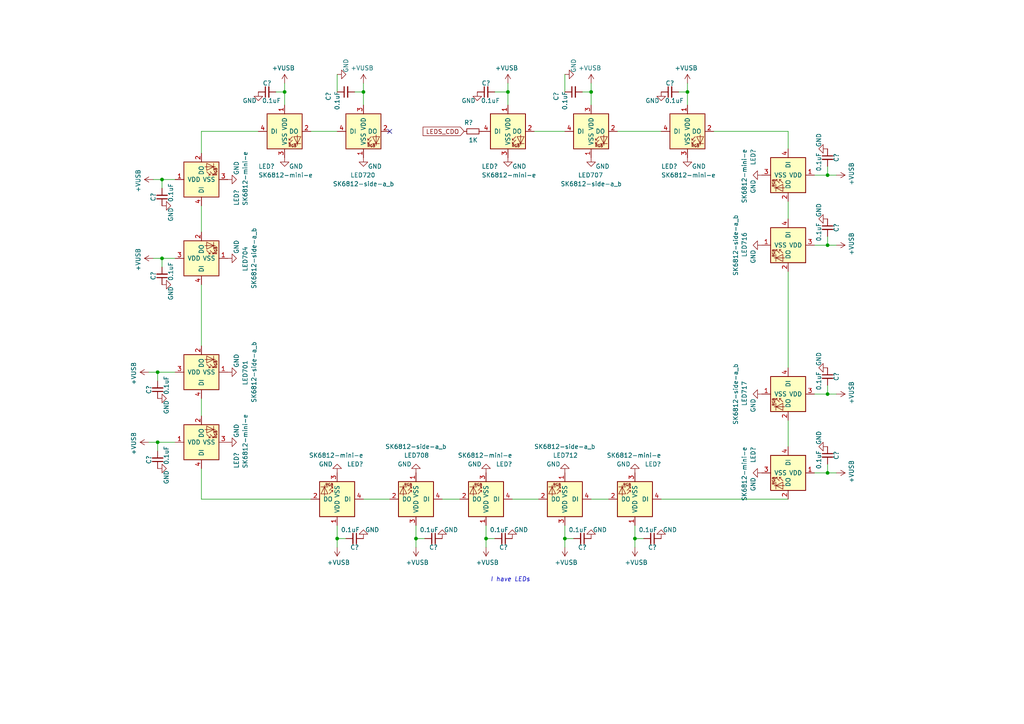
<source format=kicad_sch>
(kicad_sch (version 20231120) (generator "eeschema") (generator_version "8.0")
  (paper "A4")
  (lib_symbols
    (symbol "Device:C_Small" (pin_numbers hide) (pin_names (offset 0.254) hide)
      (property "Reference" "C" (at 0.254 1.778 0))
      (property "Value" "C_Small" (at 0.254 -2.032 0))
      (symbol "C_Small_0_1"
        (polyline (pts (xy -1.524 -0.508) (xy 1.524 -0.508)) (stroke (width 0.3302)))
        (polyline (pts (xy -1.524 0.508) (xy 1.524 0.508)) (stroke (width 0.3048)))
      )
      (symbol "C_Small_1_1"
        (pin passive line (at 0 2.54 270) (length 2.032) (name "~") (number "1"))
        (pin passive line (at 0 -2.54 90) (length 2.032) (name "~") (number "2"))
      )
    )
    (symbol "Device:R_Small" (pin_numbers hide) (pin_names (offset 0.254) hide)
      (property "Reference" "R" (at 0.762 0.508 0))
      (property "Value" "R_Small" (at 0.762 -1.016 0))
      (symbol "R_Small_0_1"
        (rectangle (start -0.762 1.778) (end 0.762 -1.778) (stroke (width 0.2032)))
      )
      (symbol "R_Small_1_1"
        (pin passive line (at 0 2.54 270) (length 0.762) (name "~") (number "1"))
        (pin passive line (at 0 -2.54 90) (length 0.762) (name "~") (number "2"))
      )
    )
    (symbol "dp-LED:SK6812-mini-e" (pin_names (offset 1.016))
      (property "Reference" "LED" (at 11.43 -5.08 0))
      (property "Value" "SK6812-mini-e" (at 11.43 -7.62 0))
      (symbol "SK6812-mini-e_1_1"
        (polyline (pts (xy 1.27 -3.556) (xy 1.778 -3.556)))
        (polyline (pts (xy 1.27 -2.54) (xy 1.778 -2.54)))
        (polyline (pts (xy 4.699 -3.556) (xy 2.667 -3.556)))
        (polyline (pts (xy 2.286 -2.54) (xy 1.27 -3.556) (xy 1.27 -3.048)))
        (polyline (pts (xy 2.286 -1.524) (xy 1.27 -2.54) (xy 1.27 -2.032)))
        (polyline (pts (xy 3.683 -1.016) (xy 3.683 -3.556) (xy 3.683 -4.064)))
        (polyline (pts (xy 4.699 -1.524) (xy 2.667 -1.524) (xy 3.683 -3.556) (xy 4.699 -1.524)))
        (rectangle (start 5.08 5.08) (end -5.08 -5.08) (stroke (width 0.254)) (fill (type background)))
        (text "RGB" (at 2.286 -4.191 0) (effects (font (size 0.762 0.762))))
        (pin power_in line (at 0 7.62 270) (length 2.54) (name "VDD") (number "1"))
        (pin output line (at 7.62 0 180) (length 2.54) (name "DO") (number "2"))
        (pin power_in line (at 0 -7.62 90) (length 2.54) (name "VSS") (number "3"))
        (pin input line (at -7.62 0 0) (length 2.54) (name "DI") (number "4"))
      )
    )
    (symbol "dp-LED:SK6812-side-a_b" (pin_names (offset 1.016))
      (property "Reference" "LED" (at 12.7 -5.08 0))
      (property "Value" "SK6812-side-a_b" (at 12.7 -7.62 0))
      (symbol "SK6812-side-a_b_1_1"
        (polyline (pts (xy 1.27 -3.556) (xy 1.778 -3.556)))
        (polyline (pts (xy 1.27 -2.54) (xy 1.778 -2.54)))
        (polyline (pts (xy 4.699 -3.556) (xy 2.667 -3.556)))
        (polyline (pts (xy 2.286 -2.54) (xy 1.27 -3.556) (xy 1.27 -3.048)))
        (polyline (pts (xy 2.286 -1.524) (xy 1.27 -2.54) (xy 1.27 -2.032)))
        (polyline (pts (xy 3.683 -1.016) (xy 3.683 -3.556) (xy 3.683 -4.064)))
        (polyline (pts (xy 4.699 -1.524) (xy 2.667 -1.524) (xy 3.683 -3.556) (xy 4.699 -1.524)))
        (rectangle (start 5.08 5.08) (end -5.08 -5.08) (stroke (width 0.254)) (fill (type background)))
        (text "RGB" (at 2.286 -4.191 0) (effects (font (size 0.762 0.762))))
        (pin power_in line (at 0 -7.62 90) (length 2.54) (name "VSS") (number "1"))
        (pin output line (at 7.62 0 180) (length 2.54) (name "DO") (number "2"))
        (pin power_in line (at 0 7.62 270) (length 2.54) (name "VDD") (number "3"))
        (pin input line (at -7.62 0 0) (length 2.54) (name "DI") (number "4"))
      )
    )
    (symbol "dp-power:+VUSB" (power) (pin_names (offset 1.016))
      (property "Value" "+VUSB" (at 0 5.08 0))
      (symbol "+VUSB_0_1"
        (polyline (pts (xy 0 0) (xy 0 2.54)))
        (polyline (pts (xy 0 2.54) (xy -0.762 1.27)))
        (polyline (pts (xy 0 2.54) (xy 0.762 1.27)))
      )
      (symbol "+VUSB_1_1"
        (pin power_in line (at 0 0 90) (length 0) hide (name "+VUSB") (number "1"))
      )
    )
    (symbol "power:GND" (power) (pin_names (offset 0))
      (property "Value" "GND" (at 0 -3.81 0))
      (symbol "GND_0_1"
        (polyline (pts (xy 0 0) (xy 0 -1.27) (xy 1.27 -1.27) (xy 0 -2.54) (xy -1.27 -1.27) (xy 0 -1.27)))
      )
      (symbol "GND_1_1"
        (pin power_in line (at 0 0 270) (length 0) hide (name "GND") (number "1"))
      )
    )
  )
  (junction (at 199.39 26.67))
  (junction (at 140.97 156.21))
  (junction (at 171.45 26.67))
  (junction (at 147.32 26.67))
  (junction (at 240.03 137.16))
  (junction (at 105.41 26.67))
  (junction (at 184.15 156.21))
  (junction (at 82.55 26.67))
  (junction (at 240.03 114.3))
  (junction (at 45.72 107.95))
  (junction (at 46.99 74.93))
  (junction (at 46.99 52.07))
  (junction (at 97.79 156.21))
  (junction (at 240.03 50.8))
  (junction (at 120.65 156.21))
  (junction (at 163.83 156.21))
  (junction (at 45.72 128.27))
  (junction (at 240.03 71.12))
  (no_connect (at 113.03 38.1))
  (wire (pts (xy 240.03 48.26) (xy 240.03 50.8)))
  (wire (pts (xy 228.6 129.54) (xy 228.6 121.92)))
  (wire (pts (xy 240.03 71.12) (xy 236.22 71.12)))
  (wire (pts (xy 148.59 144.78) (xy 156.21 144.78)))
  (wire (pts (xy 196.85 26.67) (xy 199.39 26.67)))
  (wire (pts (xy 240.03 111.76) (xy 240.03 114.3)))
  (wire (pts (xy 58.42 82.55) (xy 58.42 100.33)))
  (wire (pts (xy 199.39 24.13) (xy 199.39 26.67)))
  (wire (pts (xy 179.07 38.1) (xy 191.77 38.1)))
  (wire (pts (xy 58.42 44.45) (xy 58.42 38.1)))
  (wire (pts (xy 140.97 156.21) (xy 140.97 152.4)))
  (wire (pts (xy 46.99 77.47) (xy 46.99 74.93)))
  (wire (pts (xy 163.83 156.21) (xy 163.83 152.4)))
  (wire (pts (xy 184.15 158.75) (xy 184.15 156.21)))
  (wire (pts (xy 154.94 38.1) (xy 163.83 38.1)))
  (wire (pts (xy 45.72 110.49) (xy 45.72 107.95)))
  (wire (pts (xy 228.6 58.42) (xy 228.6 63.5)))
  (wire (pts (xy 45.72 107.95) (xy 50.8 107.95)))
  (wire (pts (xy 143.51 156.21) (xy 140.97 156.21)))
  (wire (pts (xy 228.6 78.74) (xy 228.6 106.68)))
  (wire (pts (xy 147.32 26.67) (xy 147.32 30.48)))
  (wire (pts (xy 133.35 144.78) (xy 128.27 144.78)))
  (wire (pts (xy 105.41 24.13) (xy 105.41 26.67)))
  (wire (pts (xy 58.42 59.69) (xy 58.42 67.31)))
  (wire (pts (xy 43.18 107.95) (xy 45.72 107.95)))
  (wire (pts (xy 140.97 158.75) (xy 140.97 156.21)))
  (wire (pts (xy 46.99 52.07) (xy 50.8 52.07)))
  (wire (pts (xy 123.19 156.21) (xy 120.65 156.21)))
  (wire (pts (xy 97.79 156.21) (xy 97.79 152.4)))
  (wire (pts (xy 97.79 158.75) (xy 97.79 156.21)))
  (wire (pts (xy 45.72 130.81) (xy 45.72 128.27)))
  (wire (pts (xy 120.65 156.21) (xy 120.65 152.4)))
  (wire (pts (xy 97.79 26.67) (xy 97.79 21.59)))
  (wire (pts (xy 80.01 26.67) (xy 82.55 26.67)))
  (wire (pts (xy 147.32 24.13) (xy 147.32 26.67)))
  (wire (pts (xy 168.91 26.67) (xy 171.45 26.67)))
  (wire (pts (xy 242.57 114.3) (xy 240.03 114.3)))
  (wire (pts (xy 186.69 156.21) (xy 184.15 156.21)))
  (wire (pts (xy 105.41 26.67) (xy 105.41 30.48)))
  (wire (pts (xy 58.42 135.89) (xy 58.42 144.78)))
  (wire (pts (xy 120.65 158.75) (xy 120.65 156.21)))
  (wire (pts (xy 242.57 71.12) (xy 240.03 71.12)))
  (wire (pts (xy 44.45 52.07) (xy 46.99 52.07)))
  (wire (pts (xy 100.33 156.21) (xy 97.79 156.21)))
  (wire (pts (xy 228.6 43.18) (xy 228.6 38.1)))
  (wire (pts (xy 171.45 24.13) (xy 171.45 26.67)))
  (wire (pts (xy 102.87 26.67) (xy 105.41 26.67)))
  (wire (pts (xy 44.45 74.93) (xy 46.99 74.93)))
  (wire (pts (xy 240.03 68.58) (xy 240.03 71.12)))
  (wire (pts (xy 176.53 144.78) (xy 171.45 144.78)))
  (wire (pts (xy 82.55 24.13) (xy 82.55 26.67)))
  (wire (pts (xy 240.03 137.16) (xy 236.22 137.16)))
  (wire (pts (xy 184.15 156.21) (xy 184.15 152.4)))
  (wire (pts (xy 163.83 26.67) (xy 163.83 21.59)))
  (wire (pts (xy 46.99 54.61) (xy 46.99 52.07)))
  (wire (pts (xy 171.45 26.67) (xy 171.45 30.48)))
  (wire (pts (xy 90.17 144.78) (xy 58.42 144.78)))
  (wire (pts (xy 166.37 156.21) (xy 163.83 156.21)))
  (wire (pts (xy 199.39 26.67) (xy 199.39 30.48)))
  (wire (pts (xy 58.42 120.65) (xy 58.42 115.57)))
  (wire (pts (xy 43.18 128.27) (xy 45.72 128.27)))
  (wire (pts (xy 207.01 38.1) (xy 228.6 38.1)))
  (wire (pts (xy 46.99 74.93) (xy 50.8 74.93)))
  (wire (pts (xy 58.42 38.1) (xy 74.93 38.1)))
  (wire (pts (xy 242.57 137.16) (xy 240.03 137.16)))
  (wire (pts (xy 191.77 144.78) (xy 228.6 144.78)))
  (wire (pts (xy 45.72 128.27) (xy 50.8 128.27)))
  (wire (pts (xy 82.55 26.67) (xy 82.55 30.48)))
  (wire (pts (xy 105.41 144.78) (xy 113.03 144.78)))
  (wire (pts (xy 163.83 158.75) (xy 163.83 156.21)))
  (wire (pts (xy 143.51 26.67) (xy 147.32 26.67)))
  (wire (pts (xy 240.03 114.3) (xy 236.22 114.3)))
  (wire (pts (xy 90.17 38.1) (xy 97.79 38.1)))
  (wire (pts (xy 240.03 50.8) (xy 236.22 50.8)))
  (wire (pts (xy 242.57 50.8) (xy 240.03 50.8)))
  (wire (pts (xy 240.03 134.62) (xy 240.03 137.16)))
  (text "I have LEDs" (at 142.24 168.91 0) (effects (font (size 1.27 1.27) (italic yes)) (justify left bottom)))
  (global_label "LEDS_CDO" (shape input) (at 134.62 38.1 180) (property "Intersheetrefs" "${INTERSHEET_REFS}" (effects (hide yes))))
  (symbol (lib_id "dp-power:+VUSB") (at 44.45 74.93 90) (unit 1)
    (property "Reference" "#PWR?" (effects (hide yes)))
    (property "Value" "+VUSB" (at 40.0558 75.311 0))
    (instances (project "REV0" (path "" (reference "#PWR?") (unit 1)) (path "" (reference "#PWR0704") (unit 1))))
  )
  (symbol (lib_id "power:GND") (at 46.99 82.55 90) (unit 1)
    (property "Reference" "#PWR?" (effects (hide yes)))
    (property "Value" "GND" (at 49.53 85.09 0))
    (instances (project "REV0" (path "" (reference "#PWR?") (unit 1)) (path "" (reference "#PWR0708") (unit 1))))
  )
  (symbol (lib_id "Device:C_Small") (at 46.99 80.01 180) (unit 1)
    (property "Reference" "C?" (at 44.45 80.01 90))
    (property "Value" "0.1uF" (at 49.53 78.74 90))
    (property "Footprint" "Capacitor_SMD:C_0402_1005Metric" (effects (hide yes)))
    (property "RMB" "0.00628" (effects (hide yes)))
    (property "Supplier" "https://item.szlcsc.com/1877.html" (effects (hide yes)))
    (instances (project "REV0" (path "" (reference "C?") (unit 1)) (path "" (reference "C704") (unit 1))))
  )
  (symbol (lib_id "power:GND") (at 66.04 74.93 90) (unit 1)
    (property "Reference" "#PWR?" (effects (hide yes)))
    (property "Value" "GND" (at 68.58 73.66 0) (effects (justify left)))
    (instances (project "REV0" (path "" (reference "#PWR?") (unit 1)) (path "" (reference "#PWR0712") (unit 1))))
  )
  (symbol (lib_id "dp-power:+VUSB") (at 44.45 52.07 90) (unit 1)
    (property "Reference" "#PWR?" (effects (hide yes)))
    (property "Value" "+VUSB" (at 40.0558 52.451 0))
    (instances (project "REV0" (path "" (reference "#PWR?") (unit 1)) (path "" (reference "#PWR0703") (unit 1))))
  )
  (symbol (lib_id "power:GND") (at 46.99 59.69 90) (unit 1)
    (property "Reference" "#PWR?" (effects (hide yes)))
    (property "Value" "GND" (at 49.53 62.23 0))
    (instances (project "REV0" (path "" (reference "#PWR?") (unit 1)) (path "" (reference "#PWR0707") (unit 1))))
  )
  (symbol (lib_id "Device:C_Small") (at 46.99 57.15 180) (unit 1)
    (property "Reference" "C?" (at 44.45 57.15 90))
    (property "Value" "0.1uF" (at 49.53 55.88 90))
    (property "Footprint" "Capacitor_SMD:C_0402_1005Metric" (effects (hide yes)))
    (property "RMB" "0.00628" (effects (hide yes)))
    (property "Supplier" "https://item.szlcsc.com/1877.html" (effects (hide yes)))
    (instances (project "REV0" (path "" (reference "C?") (unit 1)) (path "" (reference "C703") (unit 1))))
  )
  (symbol (lib_id "power:GND") (at 66.04 52.07 90) (unit 1)
    (property "Reference" "#PWR?" (effects (hide yes)))
    (property "Value" "GND" (at 68.58 50.8 0) (effects (justify left)))
    (instances (project "REV0" (path "" (reference "#PWR?") (unit 1)) (path "" (reference "#PWR0711") (unit 1))))
  )
  (symbol (lib_id "dp-LED:SK6812-mini-e") (at 58.42 52.07 90) (unit 1)
    (property "Reference" "LED?" (at 68.58 59.69 0) (effects (justify left)))
    (property "Value" "SK6812-mini-e" (at 71.12 59.69 0) (effects (justify left)))
    (property "Footprint" "dp-LED:SK6812-MINI-E" (effects (hide yes)))
    (property "RMB" "0.5296" (effects (hide yes)))
    (property "Supplier" "https://item.szlcsc.com/542109.html" (effects (hide yes)))
    (instances (project "REV0" (path "" (reference "LED?") (unit 1)) (path "" (reference "LED?") (unit 1)) (path "" (reference "LED703") (unit 1))))
  )
  (symbol (lib_id "dp-power:+VUSB") (at 82.55 24.13 0) (unit 1)
    (property "Reference" "#PWR?" (effects (hide yes)))
    (property "Value" "+VUSB" (at 82.169 19.7358 0))
    (instances (project "REV0" (path "" (reference "#PWR?") (unit 1)) (path "" (reference "#PWR0714") (unit 1))))
  )
  (symbol (lib_id "power:GND") (at 74.93 26.67 0) (unit 1)
    (property "Reference" "#PWR?" (effects (hide yes)))
    (property "Value" "GND" (at 72.39 29.21 0))
    (instances (project "REV0" (path "" (reference "#PWR?") (unit 1)) (path "" (reference "#PWR0713") (unit 1))))
  )
  (symbol (lib_id "power:GND") (at 82.55 45.72 0) (unit 1)
    (property "Reference" "#PWR?" (effects (hide yes)))
    (property "Value" "GND" (at 83.82 48.26 0) (effects (justify left)))
    (instances (project "REV0" (path "" (reference "#PWR?") (unit 1)) (path "" (reference "#PWR0715") (unit 1))))
  )
  (symbol (lib_id "dp-LED:SK6812-mini-e") (at 82.55 38.1 0) (unit 1)
    (property "Reference" "LED?" (at 74.93 48.26 0) (effects (justify left)))
    (property "Value" "SK6812-mini-e" (at 74.93 50.8 0) (effects (justify left)))
    (property "Footprint" "dp-LED:SK6812-MINI-E" (effects (hide yes)))
    (property "RMB" "0.5296" (effects (hide yes)))
    (property "Supplier" "https://item.szlcsc.com/542109.html" (effects (hide yes)))
    (instances (project "REV0" (path "" (reference "LED?") (unit 1)) (path "" (reference "LED?") (unit 1)) (path "" (reference "LED705") (unit 1))))
  )
  (symbol (lib_id "Device:C_Small") (at 77.47 26.67 90) (unit 1)
    (property "Reference" "C?" (at 77.47 24.13 90))
    (property "Value" "0.1uF" (at 78.74 29.21 90))
    (property "Footprint" "Capacitor_SMD:C_0402_1005Metric" (effects (hide yes)))
    (property "RMB" "0.00628" (effects (hide yes)))
    (property "Supplier" "https://item.szlcsc.com/1877.html" (effects (hide yes)))
    (instances (project "REV0" (path "" (reference "C?") (unit 1)) (path "" (reference "C705") (unit 1))))
  )
  (symbol (lib_id "dp-power:+VUSB") (at 199.39 24.13 0) (unit 1)
    (property "Reference" "#PWR?" (effects (hide yes)))
    (property "Value" "+VUSB" (at 199.009 19.7358 0))
    (instances (project "REV0" (path "" (reference "#PWR?") (unit 1)) (path "" (reference "#PWR0738") (unit 1))))
  )
  (symbol (lib_id "power:GND") (at 191.77 26.67 0) (unit 1)
    (property "Reference" "#PWR?" (effects (hide yes)))
    (property "Value" "GND" (at 189.23 29.21 0))
    (instances (project "REV0" (path "" (reference "#PWR?") (unit 1)) (path "" (reference "#PWR0737") (unit 1))))
  )
  (symbol (lib_id "power:GND") (at 199.39 45.72 0) (unit 1)
    (property "Reference" "#PWR?" (effects (hide yes)))
    (property "Value" "GND" (at 200.66 48.26 0) (effects (justify left)))
    (instances (project "REV0" (path "" (reference "#PWR?") (unit 1)) (path "" (reference "#PWR0739") (unit 1))))
  )
  (symbol (lib_id "dp-LED:SK6812-mini-e") (at 199.39 38.1 0) (unit 1)
    (property "Reference" "LED?" (at 191.77 48.26 0) (effects (justify left)))
    (property "Value" "SK6812-mini-e" (at 191.77 50.8 0) (effects (justify left)))
    (property "Footprint" "dp-LED:SK6812-MINI-E" (effects (hide yes)))
    (property "RMB" "0.5296" (effects (hide yes)))
    (property "Supplier" "https://item.szlcsc.com/542109.html" (effects (hide yes)))
    (instances (project "REV0" (path "" (reference "LED?") (unit 1)) (path "" (reference "LED?") (unit 1)) (path "" (reference "LED713") (unit 1))))
  )
  (symbol (lib_id "Device:C_Small") (at 194.31 26.67 90) (unit 1)
    (property "Reference" "C?" (at 194.31 24.13 90))
    (property "Value" "0.1uF" (at 195.58 29.21 90))
    (property "Footprint" "Capacitor_SMD:C_0402_1005Metric" (effects (hide yes)))
    (property "RMB" "0.00628" (effects (hide yes)))
    (property "Supplier" "https://item.szlcsc.com/1877.html" (effects (hide yes)))
    (instances (project "REV0" (path "" (reference "C?") (unit 1)) (path "" (reference "C713") (unit 1))))
  )
  (symbol (lib_id "dp-power:+VUSB") (at 242.57 71.12 270) (unit 1)
    (property "Reference" "#PWR?" (effects (hide yes)))
    (property "Value" "+VUSB" (at 246.9642 70.739 0))
    (instances (project "REV0" (path "" (reference "#PWR?") (unit 1)) (path "" (reference "#PWR0752") (unit 1))))
  )
  (symbol (lib_id "power:GND") (at 240.03 63.5 270) (unit 1)
    (property "Reference" "#PWR?" (effects (hide yes)))
    (property "Value" "GND" (at 237.49 60.96 0))
    (instances (project "REV0" (path "" (reference "#PWR?") (unit 1)) (path "" (reference "#PWR0748") (unit 1))))
  )
  (symbol (lib_id "Device:C_Small") (at 240.03 66.04 0) (unit 1)
    (property "Reference" "C?" (at 242.57 66.04 90))
    (property "Value" "0.1uF" (at 237.49 67.31 90))
    (property "Footprint" "Capacitor_SMD:C_0402_1005Metric" (effects (hide yes)))
    (property "RMB" "0.00628" (effects (hide yes)))
    (property "Supplier" "https://item.szlcsc.com/1877.html" (effects (hide yes)))
    (instances (project "REV0" (path "" (reference "C?") (unit 1)) (path "" (reference "C716") (unit 1))))
  )
  (symbol (lib_id "power:GND") (at 220.98 71.12 270) (unit 1)
    (property "Reference" "#PWR?" (effects (hide yes)))
    (property "Value" "GND" (at 218.44 72.39 0) (effects (justify left)))
    (instances (project "REV0" (path "" (reference "#PWR?") (unit 1)) (path "" (reference "#PWR0744") (unit 1))))
  )
  (symbol (lib_id "dp-power:+VUSB") (at 242.57 50.8 270) (unit 1)
    (property "Reference" "#PWR?" (effects (hide yes)))
    (property "Value" "+VUSB" (at 246.9642 50.419 0))
    (instances (project "REV0" (path "" (reference "#PWR?") (unit 1)) (path "" (reference "#PWR0751") (unit 1))))
  )
  (symbol (lib_id "power:GND") (at 240.03 43.18 270) (unit 1)
    (property "Reference" "#PWR?" (effects (hide yes)))
    (property "Value" "GND" (at 237.49 40.64 0))
    (instances (project "REV0" (path "" (reference "#PWR?") (unit 1)) (path "" (reference "#PWR0747") (unit 1))))
  )
  (symbol (lib_id "power:GND") (at 220.98 50.8 270) (unit 1)
    (property "Reference" "#PWR?" (effects (hide yes)))
    (property "Value" "GND" (at 218.44 52.07 0) (effects (justify left)))
    (instances (project "REV0" (path "" (reference "#PWR?") (unit 1)) (path "" (reference "#PWR0743") (unit 1))))
  )
  (symbol (lib_id "dp-LED:SK6812-mini-e") (at 228.6 50.8 270) (unit 1)
    (property "Reference" "LED?" (at 218.44 43.18 0) (effects (justify left)))
    (property "Value" "SK6812-mini-e" (at 215.9 43.18 0) (effects (justify left)))
    (property "Footprint" "dp-LED:SK6812-MINI-E" (effects (hide yes)))
    (property "RMB" "0.5296" (effects (hide yes)))
    (property "Supplier" "https://item.szlcsc.com/542109.html" (effects (hide yes)))
    (instances (project "REV0" (path "" (reference "LED?") (unit 1)) (path "" (reference "LED?") (unit 1)) (path "" (reference "LED715") (unit 1))))
  )
  (symbol (lib_id "Device:C_Small") (at 240.03 45.72 0) (unit 1)
    (property "Reference" "C?" (at 242.57 45.72 90))
    (property "Value" "0.1uF" (at 237.49 46.99 90))
    (property "Footprint" "Capacitor_SMD:C_0402_1005Metric" (effects (hide yes)))
    (property "RMB" "0.00628" (effects (hide yes)))
    (property "Supplier" "https://item.szlcsc.com/1877.html" (effects (hide yes)))
    (instances (project "REV0" (path "" (reference "C?") (unit 1)) (path "" (reference "C715") (unit 1))))
  )
  (symbol (lib_id "dp-power:+VUSB") (at 242.57 114.3 270) (unit 1)
    (property "Reference" "#PWR?" (effects (hide yes)))
    (property "Value" "+VUSB" (at 246.9642 113.919 0))
    (instances (project "REV0" (path "" (reference "#PWR?") (unit 1)) (path "" (reference "#PWR0753") (unit 1))))
  )
  (symbol (lib_id "power:GND") (at 240.03 106.68 270) (unit 1)
    (property "Reference" "#PWR?" (effects (hide yes)))
    (property "Value" "GND" (at 237.49 104.14 0))
    (instances (project "REV0" (path "" (reference "#PWR?") (unit 1)) (path "" (reference "#PWR0749") (unit 1))))
  )
  (symbol (lib_id "Device:C_Small") (at 240.03 109.22 0) (unit 1)
    (property "Reference" "C?" (at 242.57 109.22 90))
    (property "Value" "0.1uF" (at 237.49 110.49 90))
    (property "Footprint" "Capacitor_SMD:C_0402_1005Metric" (effects (hide yes)))
    (property "RMB" "0.00628" (effects (hide yes)))
    (property "Supplier" "https://item.szlcsc.com/1877.html" (effects (hide yes)))
    (instances (project "REV0" (path "" (reference "C?") (unit 1)) (path "" (reference "C717") (unit 1))))
  )
  (symbol (lib_id "power:GND") (at 220.98 114.3 270) (unit 1)
    (property "Reference" "#PWR?" (effects (hide yes)))
    (property "Value" "GND" (at 218.44 115.57 0) (effects (justify left)))
    (instances (project "REV0" (path "" (reference "#PWR?") (unit 1)) (path "" (reference "#PWR0745") (unit 1))))
  )
  (symbol (lib_id "dp-power:+VUSB") (at 242.57 137.16 270) (unit 1)
    (property "Reference" "#PWR?" (effects (hide yes)))
    (property "Value" "+VUSB" (at 246.9642 136.779 0))
    (instances (project "REV0" (path "" (reference "#PWR?") (unit 1)) (path "" (reference "#PWR0754") (unit 1))))
  )
  (symbol (lib_id "power:GND") (at 240.03 129.54 270) (unit 1)
    (property "Reference" "#PWR?" (effects (hide yes)))
    (property "Value" "GND" (at 237.49 127 0))
    (instances (project "REV0" (path "" (reference "#PWR?") (unit 1)) (path "" (reference "#PWR0750") (unit 1))))
  )
  (symbol (lib_id "power:GND") (at 220.98 137.16 270) (unit 1)
    (property "Reference" "#PWR?" (effects (hide yes)))
    (property "Value" "GND" (at 218.44 138.43 0) (effects (justify left)))
    (instances (project "REV0" (path "" (reference "#PWR?") (unit 1)) (path "" (reference "#PWR0746") (unit 1))))
  )
  (symbol (lib_id "dp-LED:SK6812-mini-e") (at 228.6 137.16 270) (unit 1)
    (property "Reference" "LED?" (at 218.44 129.54 0) (effects (justify left)))
    (property "Value" "SK6812-mini-e" (at 215.9 129.54 0) (effects (justify left)))
    (property "Footprint" "dp-LED:SK6812-MINI-E" (effects (hide yes)))
    (property "RMB" "0.5296" (effects (hide yes)))
    (property "Supplier" "https://item.szlcsc.com/542109.html" (effects (hide yes)))
    (instances (project "REV0" (path "" (reference "LED?") (unit 1)) (path "" (reference "LED?") (unit 1)) (path "" (reference "LED718") (unit 1))))
  )
  (symbol (lib_id "Device:C_Small") (at 240.03 132.08 0) (unit 1)
    (property "Reference" "C?" (at 242.57 132.08 90))
    (property "Value" "0.1uF" (at 237.49 133.35 90))
    (property "Footprint" "Capacitor_SMD:C_0402_1005Metric" (effects (hide yes)))
    (property "RMB" "0.00628" (effects (hide yes)))
    (property "Supplier" "https://item.szlcsc.com/1877.html" (effects (hide yes)))
    (instances (project "REV0" (path "" (reference "C?") (unit 1)) (path "" (reference "C718") (unit 1))))
  )
  (symbol (lib_id "dp-power:+VUSB") (at 163.83 158.75 180) (unit 1)
    (property "Reference" "#PWR?" (effects (hide yes)))
    (property "Value" "+VUSB" (at 164.211 163.1442 0))
    (instances (project "REV0" (path "" (reference "#PWR?") (unit 1)) (path "" (reference "#PWR0735") (unit 1))))
  )
  (symbol (lib_id "power:GND") (at 171.45 156.21 180) (unit 1)
    (property "Reference" "#PWR?" (effects (hide yes)))
    (property "Value" "GND" (at 173.99 153.67 0))
    (instances (project "REV0" (path "" (reference "#PWR?") (unit 1)) (path "" (reference "#PWR0736") (unit 1))))
  )
  (symbol (lib_id "Device:C_Small") (at 168.91 156.21 270) (unit 1)
    (property "Reference" "C?" (at 168.91 158.75 90))
    (property "Value" "0.1uF" (at 167.64 153.67 90))
    (property "Footprint" "Capacitor_SMD:C_0402_1005Metric" (effects (hide yes)))
    (property "RMB" "0.00628" (effects (hide yes)))
    (property "Supplier" "https://item.szlcsc.com/1877.html" (effects (hide yes)))
    (instances (project "REV0" (path "" (reference "C?") (unit 1)) (path "" (reference "C712") (unit 1))))
  )
  (symbol (lib_id "power:GND") (at 163.83 137.16 180) (unit 1)
    (property "Reference" "#PWR?" (effects (hide yes)))
    (property "Value" "GND" (at 162.56 134.62 0) (effects (justify left)))
    (instances (project "REV0" (path "" (reference "#PWR?") (unit 1)) (path "" (reference "#PWR0734") (unit 1))))
  )
  (symbol (lib_id "dp-power:+VUSB") (at 184.15 158.75 180) (unit 1)
    (property "Reference" "#PWR?" (effects (hide yes)))
    (property "Value" "+VUSB" (at 184.531 163.1442 0))
    (instances (project "REV0" (path "" (reference "#PWR?") (unit 1)) (path "" (reference "#PWR0741") (unit 1))))
  )
  (symbol (lib_id "power:GND") (at 191.77 156.21 180) (unit 1)
    (property "Reference" "#PWR?" (effects (hide yes)))
    (property "Value" "GND" (at 194.31 153.67 0))
    (instances (project "REV0" (path "" (reference "#PWR?") (unit 1)) (path "" (reference "#PWR0742") (unit 1))))
  )
  (symbol (lib_id "power:GND") (at 184.15 137.16 180) (unit 1)
    (property "Reference" "#PWR?" (effects (hide yes)))
    (property "Value" "GND" (at 182.88 134.62 0) (effects (justify left)))
    (instances (project "REV0" (path "" (reference "#PWR?") (unit 1)) (path "" (reference "#PWR0740") (unit 1))))
  )
  (symbol (lib_id "dp-LED:SK6812-mini-e") (at 184.15 144.78 180) (unit 1)
    (property "Reference" "LED?" (at 191.77 134.62 0) (effects (justify left)))
    (property "Value" "SK6812-mini-e" (at 191.77 132.08 0) (effects (justify left)))
    (property "Footprint" "dp-LED:SK6812-MINI-E" (effects (hide yes)))
    (property "RMB" "0.5296" (effects (hide yes)))
    (property "Supplier" "https://item.szlcsc.com/542109.html" (effects (hide yes)))
    (instances (project "REV0" (path "" (reference "LED?") (unit 1)) (path "" (reference "LED?") (unit 1)) (path "" (reference "LED714") (unit 1))))
  )
  (symbol (lib_id "Device:C_Small") (at 189.23 156.21 270) (unit 1)
    (property "Reference" "C?" (at 189.23 158.75 90))
    (property "Value" "0.1uF" (at 187.96 153.67 90))
    (property "Footprint" "Capacitor_SMD:C_0402_1005Metric" (effects (hide yes)))
    (property "RMB" "0.00628" (effects (hide yes)))
    (property "Supplier" "https://item.szlcsc.com/1877.html" (effects (hide yes)))
    (instances (project "REV0" (path "" (reference "C?") (unit 1)) (path "" (reference "C714") (unit 1))))
  )
  (symbol (lib_id "dp-power:+VUSB") (at 120.65 158.75 180) (unit 1)
    (property "Reference" "#PWR?" (effects (hide yes)))
    (property "Value" "+VUSB" (at 121.031 163.1442 0))
    (instances (project "REV0" (path "" (reference "#PWR?") (unit 1)) (path "" (reference "#PWR0723") (unit 1))))
  )
  (symbol (lib_id "power:GND") (at 128.27 156.21 180) (unit 1)
    (property "Reference" "#PWR?" (effects (hide yes)))
    (property "Value" "GND" (at 130.81 153.67 0))
    (instances (project "REV0" (path "" (reference "#PWR?") (unit 1)) (path "" (reference "#PWR0724") (unit 1))))
  )
  (symbol (lib_id "Device:C_Small") (at 125.73 156.21 270) (unit 1)
    (property "Reference" "C?" (at 125.73 158.75 90))
    (property "Value" "0.1uF" (at 124.46 153.67 90))
    (property "Footprint" "Capacitor_SMD:C_0402_1005Metric" (effects (hide yes)))
    (property "RMB" "0.00628" (effects (hide yes)))
    (property "Supplier" "https://item.szlcsc.com/1877.html" (effects (hide yes)))
    (instances (project "REV0" (path "" (reference "C?") (unit 1)) (path "" (reference "C708") (unit 1))))
  )
  (symbol (lib_id "power:GND") (at 120.65 137.16 180) (unit 1)
    (property "Reference" "#PWR?" (effects (hide yes)))
    (property "Value" "GND" (at 119.38 134.62 0) (effects (justify left)))
    (instances (project "REV0" (path "" (reference "#PWR?") (unit 1)) (path "" (reference "#PWR0722") (unit 1))))
  )
  (symbol (lib_id "dp-power:+VUSB") (at 140.97 158.75 180) (unit 1)
    (property "Reference" "#PWR?" (effects (hide yes)))
    (property "Value" "+VUSB" (at 141.351 163.1442 0))
    (instances (project "REV0" (path "" (reference "#PWR?") (unit 1)) (path "" (reference "#PWR0729") (unit 1))))
  )
  (symbol (lib_id "power:GND") (at 148.59 156.21 180) (unit 1)
    (property "Reference" "#PWR?" (effects (hide yes)))
    (property "Value" "GND" (at 151.13 153.67 0))
    (instances (project "REV0" (path "" (reference "#PWR?") (unit 1)) (path "" (reference "#PWR0730") (unit 1))))
  )
  (symbol (lib_id "power:GND") (at 140.97 137.16 180) (unit 1)
    (property "Reference" "#PWR?" (effects (hide yes)))
    (property "Value" "GND" (at 139.7 134.62 0) (effects (justify left)))
    (instances (project "REV0" (path "" (reference "#PWR?") (unit 1)) (path "" (reference "#PWR0728") (unit 1))))
  )
  (symbol (lib_id "dp-LED:SK6812-mini-e") (at 140.97 144.78 180) (unit 1)
    (property "Reference" "LED?" (at 148.59 134.62 0) (effects (justify left)))
    (property "Value" "SK6812-mini-e" (at 148.59 132.08 0) (effects (justify left)))
    (property "Footprint" "dp-LED:SK6812-MINI-E" (effects (hide yes)))
    (property "RMB" "0.5296" (effects (hide yes)))
    (property "Supplier" "https://item.szlcsc.com/542109.html" (effects (hide yes)))
    (instances (project "REV0" (path "" (reference "LED?") (unit 1)) (path "" (reference "LED?") (unit 1)) (path "" (reference "LED710") (unit 1))))
  )
  (symbol (lib_id "Device:C_Small") (at 146.05 156.21 270) (unit 1)
    (property "Reference" "C?" (at 146.05 158.75 90))
    (property "Value" "0.1uF" (at 144.78 153.67 90))
    (property "Footprint" "Capacitor_SMD:C_0402_1005Metric" (effects (hide yes)))
    (property "RMB" "0.00628" (effects (hide yes)))
    (property "Supplier" "https://item.szlcsc.com/1877.html" (effects (hide yes)))
    (instances (project "REV0" (path "" (reference "C?") (unit 1)) (path "" (reference "C710") (unit 1))))
  )
  (symbol (lib_id "dp-power:+VUSB") (at 97.79 158.75 180) (unit 1)
    (property "Reference" "#PWR?" (effects (hide yes)))
    (property "Value" "+VUSB" (at 98.171 163.1442 0))
    (instances (project "REV0" (path "" (reference "#PWR?") (unit 1)) (path "" (reference "#PWR0717") (unit 1))))
  )
  (symbol (lib_id "power:GND") (at 105.41 156.21 180) (unit 1)
    (property "Reference" "#PWR?" (effects (hide yes)))
    (property "Value" "GND" (at 107.95 153.67 0))
    (instances (project "REV0" (path "" (reference "#PWR?") (unit 1)) (path "" (reference "#PWR0718") (unit 1))))
  )
  (symbol (lib_id "power:GND") (at 97.79 137.16 180) (unit 1)
    (property "Reference" "#PWR?" (effects (hide yes)))
    (property "Value" "GND" (at 96.52 134.62 0) (effects (justify left)))
    (instances (project "REV0" (path "" (reference "#PWR?") (unit 1)) (path "" (reference "#PWR0716") (unit 1))))
  )
  (symbol (lib_id "dp-LED:SK6812-mini-e") (at 97.79 144.78 180) (unit 1)
    (property "Reference" "LED?" (at 105.41 134.62 0) (effects (justify left)))
    (property "Value" "SK6812-mini-e" (at 105.41 132.08 0) (effects (justify left)))
    (property "Footprint" "dp-LED:SK6812-MINI-E" (effects (hide yes)))
    (property "RMB" "0.5296" (effects (hide yes)))
    (property "Supplier" "https://item.szlcsc.com/542109.html" (effects (hide yes)))
    (instances (project "REV0" (path "" (reference "LED?") (unit 1)) (path "" (reference "LED?") (unit 1)) (path "" (reference "LED706") (unit 1))))
  )
  (symbol (lib_id "Device:C_Small") (at 102.87 156.21 270) (unit 1)
    (property "Reference" "C?" (at 102.87 158.75 90))
    (property "Value" "0.1uF" (at 101.6 153.67 90))
    (property "Footprint" "Capacitor_SMD:C_0402_1005Metric" (effects (hide yes)))
    (property "RMB" "0.00628" (effects (hide yes)))
    (property "Supplier" "https://item.szlcsc.com/1877.html" (effects (hide yes)))
    (instances (project "REV0" (path "" (reference "C?") (unit 1)) (path "" (reference "C706") (unit 1))))
  )
  (symbol (lib_id "dp-power:+VUSB") (at 43.18 107.95 90) (unit 1)
    (property "Reference" "#PWR?" (effects (hide yes)))
    (property "Value" "+VUSB" (at 38.7858 108.331 0))
    (instances (project "REV0" (path "" (reference "#PWR?") (unit 1)) (path "" (reference "#PWR0701") (unit 1))))
  )
  (symbol (lib_id "power:GND") (at 45.72 115.57 90) (unit 1)
    (property "Reference" "#PWR?" (effects (hide yes)))
    (property "Value" "GND" (at 48.26 118.11 0))
    (instances (project "REV0" (path "" (reference "#PWR?") (unit 1)) (path "" (reference "#PWR0705") (unit 1))))
  )
  (symbol (lib_id "Device:C_Small") (at 45.72 113.03 180) (unit 1)
    (property "Reference" "C?" (at 43.18 113.03 90))
    (property "Value" "0.1uF" (at 48.26 111.76 90))
    (property "Footprint" "Capacitor_SMD:C_0402_1005Metric" (effects (hide yes)))
    (property "RMB" "0.00628" (effects (hide yes)))
    (property "Supplier" "https://item.szlcsc.com/1877.html" (effects (hide yes)))
    (instances (project "REV0" (path "" (reference "C?") (unit 1)) (path "" (reference "C701") (unit 1))))
  )
  (symbol (lib_id "power:GND") (at 66.04 107.95 90) (unit 1)
    (property "Reference" "#PWR?" (effects (hide yes)))
    (property "Value" "GND" (at 68.58 106.68 0) (effects (justify left)))
    (instances (project "REV0" (path "" (reference "#PWR?") (unit 1)) (path "" (reference "#PWR0709") (unit 1))))
  )
  (symbol (lib_id "dp-power:+VUSB") (at 43.18 128.27 90) (unit 1)
    (property "Reference" "#PWR?" (effects (hide yes)))
    (property "Value" "+VUSB" (at 38.7858 128.651 0))
    (instances (project "REV0" (path "" (reference "#PWR?") (unit 1)) (path "" (reference "#PWR0702") (unit 1))))
  )
  (symbol (lib_id "power:GND") (at 45.72 135.89 90) (unit 1)
    (property "Reference" "#PWR?" (effects (hide yes)))
    (property "Value" "GND" (at 48.26 138.43 0))
    (instances (project "REV0" (path "" (reference "#PWR?") (unit 1)) (path "" (reference "#PWR0706") (unit 1))))
  )
  (symbol (lib_id "power:GND") (at 66.04 128.27 90) (unit 1)
    (property "Reference" "#PWR?" (effects (hide yes)))
    (property "Value" "GND" (at 68.58 127 0) (effects (justify left)))
    (instances (project "REV0" (path "" (reference "#PWR?") (unit 1)) (path "" (reference "#PWR0710") (unit 1))))
  )
  (symbol (lib_id "dp-LED:SK6812-mini-e") (at 58.42 128.27 90) (unit 1)
    (property "Reference" "LED?" (at 68.58 135.89 0) (effects (justify left)))
    (property "Value" "SK6812-mini-e" (at 71.12 135.89 0) (effects (justify left)))
    (property "Footprint" "dp-LED:SK6812-MINI-E" (effects (hide yes)))
    (property "RMB" "0.5296" (effects (hide yes)))
    (property "Supplier" "https://item.szlcsc.com/542109.html" (effects (hide yes)))
    (instances (project "REV0" (path "" (reference "LED?") (unit 1)) (path "" (reference "LED?") (unit 1)) (path "" (reference "LED702") (unit 1))))
  )
  (symbol (lib_id "Device:C_Small") (at 45.72 133.35 180) (unit 1)
    (property "Reference" "C?" (at 43.18 133.35 90))
    (property "Value" "0.1uF" (at 48.26 132.08 90))
    (property "Footprint" "Capacitor_SMD:C_0402_1005Metric" (effects (hide yes)))
    (property "RMB" "0.00628" (effects (hide yes)))
    (property "Supplier" "https://item.szlcsc.com/1877.html" (effects (hide yes)))
    (instances (project "REV0" (path "" (reference "C?") (unit 1)) (path "" (reference "C702") (unit 1))))
  )
  (symbol (lib_id "Device:C_Small") (at 166.37 26.67 90) (unit 1)
    (property "Reference" "C?" (at 161.29 27.94 0))
    (property "Value" "0.1uF" (at 163.83 29.21 0))
    (property "Footprint" "Capacitor_SMD:C_0402_1005Metric" (effects (hide yes)))
    (property "RMB" "0.00628" (effects (hide yes)))
    (property "Supplier" "https://item.szlcsc.com/1877.html" (effects (hide yes)))
    (instances (project "REV0" (path "" (reference "C?") (unit 1)) (path "" (reference "C707") (unit 1))))
  )
  (symbol (lib_id "dp-power:+VUSB") (at 171.45 24.13 0) (unit 1)
    (property "Reference" "#PWR?" (effects (hide yes)))
    (property "Value" "+VUSB" (at 171.069 19.7358 0))
    (instances (project "REV0" (path "" (reference "#PWR?") (unit 1)) (path "" (reference "#PWR01") (unit 1))))
  )
  (symbol (lib_id "power:GND") (at 163.83 21.59 90) (unit 1)
    (property "Reference" "#PWR?" (effects (hide yes)))
    (property "Value" "GND" (at 166.37 19.05 0))
    (instances (project "REV0" (path "" (reference "#PWR?") (unit 1)) (path "" (reference "#PWR02") (unit 1))))
  )
  (symbol (lib_id "power:GND") (at 171.45 45.72 0) (unit 1)
    (property "Reference" "#PWR?" (effects (hide yes)))
    (property "Value" "GND" (at 172.72 48.26 0) (effects (justify left)))
    (instances (project "REV0" (path "" (reference "#PWR?") (unit 1)) (path "" (reference "#PWR0130") (unit 1))))
  )
  (symbol (lib_id "Device:R_Small") (at 137.16 38.1 90) (unit 1)
    (property "Reference" "R?" (at 134.62 35.56 90) (effects (justify right)))
    (property "Value" "1K" (at 135.89 40.64 90) (effects (justify right)))
    (property "Footprint" "Resistor_SMD:R_0402_1005Metric" (effects (hide yes)))
    (property "RMB" "0.005622" (effects (hide yes)))
    (property "Supplier" "https://item.szlcsc.com/107450.html" (effects (hide yes)))
    (instances (project "REV0" (path "" (reference "R?") (unit 1)) (path "" (reference "R?") (unit 1)) (path "" (reference "R502") (unit 1))))
  )
  (symbol (lib_id "dp-LED:SK6812-side-a_b") (at 171.45 38.1 0) (unit 1)
    (property "Reference" "LED707" (at 167.64 50.8 0) (effects (justify left)))
    (property "Value" "SK6812-side-a_b" (at 162.56 53.34 0) (effects (justify left)))
    (property "Footprint" "dp-LED:SK6812-side-a_b" (effects (hide yes)))
  )
  (symbol (lib_id "dp-LED:SK6812-side-a_b") (at 228.6 71.12 270) (unit 1)
    (property "Reference" "LED716" (at 215.9 67.31 0) (effects (justify left)))
    (property "Value" "SK6812-side-a_b" (at 213.36 62.23 0) (effects (justify left)))
    (property "Footprint" "dp-LED:SK6812-side-a_b" (effects (hide yes)))
  )
  (symbol (lib_id "dp-LED:SK6812-side-a_b") (at 228.6 114.3 270) (unit 1)
    (property "Reference" "LED717" (at 215.9 110.49 0) (effects (justify left)))
    (property "Value" "SK6812-side-a_b" (at 213.36 105.41 0) (effects (justify left)))
    (property "Footprint" "dp-LED:SK6812-side-a_b" (effects (hide yes)))
  )
  (symbol (lib_id "dp-LED:SK6812-side-a_b") (at 163.83 144.78 180) (unit 1)
    (property "Reference" "LED712" (at 167.64 132.08 0) (effects (justify left)))
    (property "Value" "SK6812-side-a_b" (at 172.72 129.54 0) (effects (justify left)))
    (property "Footprint" "dp-LED:SK6812-side-a_b" (effects (hide yes)))
  )
  (symbol (lib_id "dp-LED:SK6812-side-a_b") (at 120.65 144.78 180) (unit 1)
    (property "Reference" "LED708" (at 124.46 132.08 0) (effects (justify left)))
    (property "Value" "SK6812-side-a_b" (at 129.54 129.54 0) (effects (justify left)))
    (property "Footprint" "dp-LED:SK6812-side-a_b" (effects (hide yes)))
  )
  (symbol (lib_id "dp-LED:SK6812-side-a_b") (at 58.42 107.95 90) (unit 1)
    (property "Reference" "LED701" (at 71.12 111.76 0) (effects (justify left)))
    (property "Value" "SK6812-side-a_b" (at 73.66 116.84 0) (effects (justify left)))
    (property "Footprint" "dp-LED:SK6812-side-a_b" (effects (hide yes)))
  )
  (symbol (lib_id "dp-LED:SK6812-side-a_b") (at 58.42 74.93 90) (unit 1)
    (property "Reference" "LED704" (at 71.12 78.74 0) (effects (justify left)))
    (property "Value" "SK6812-side-a_b" (at 73.66 83.82 0) (effects (justify left)))
    (property "Footprint" "dp-LED:SK6812-side-a_b" (effects (hide yes)))
  )
  (symbol (lib_id "dp-LED:SK6812-mini-e") (at 147.32 38.1 0) (unit 1)
    (property "Reference" "LED?" (at 139.7 48.26 0) (effects (justify left)))
    (property "Value" "SK6812-mini-e" (at 139.7 50.8 0) (effects (justify left)))
    (property "Footprint" "dp-LED:SK6812-MINI-E" (effects (hide yes)))
    (property "RMB" "0.5296" (effects (hide yes)))
    (property "Supplier" "https://item.szlcsc.com/542109.html" (effects (hide yes)))
    (instances (project "REV0" (path "" (reference "LED?") (unit 1)) (path "" (reference "LED?") (unit 1)) (path "" (reference "LED719") (unit 1))))
  )
  (symbol (lib_id "power:GND") (at 147.32 45.72 0) (unit 1)
    (property "Reference" "#PWR?" (effects (hide yes)))
    (property "Value" "GND" (at 148.59 48.26 0) (effects (justify left)))
    (instances (project "REV0" (path "" (reference "#PWR?") (unit 1)) (path "" (reference "#PWR0146") (unit 1))))
  )
  (symbol (lib_id "dp-power:+VUSB") (at 147.32 24.13 0) (unit 1)
    (property "Reference" "#PWR?" (effects (hide yes)))
    (property "Value" "+VUSB" (at 146.939 19.7358 0))
    (instances (project "REV0" (path "" (reference "#PWR?") (unit 1)) (path "" (reference "#PWR0147") (unit 1))))
  )
  (symbol (lib_id "Device:C_Small") (at 140.97 26.67 90) (unit 1)
    (property "Reference" "C?" (at 140.97 24.13 90))
    (property "Value" "0.1uF" (at 142.24 29.21 90))
    (property "Footprint" "Capacitor_SMD:C_0402_1005Metric" (effects (hide yes)))
    (property "RMB" "0.00628" (effects (hide yes)))
    (property "Supplier" "https://item.szlcsc.com/1877.html" (effects (hide yes)))
    (instances (project "REV0" (path "" (reference "C?") (unit 1)) (path "" (reference "C719") (unit 1))))
  )
  (symbol (lib_id "power:GND") (at 138.43 26.67 0) (unit 1)
    (property "Reference" "#PWR?" (effects (hide yes)))
    (property "Value" "GND" (at 135.89 29.21 0))
    (instances (project "REV0" (path "" (reference "#PWR?") (unit 1)) (path "" (reference "#PWR0148") (unit 1))))
  )
  (symbol (lib_id "power:GND") (at 105.41 45.72 0) (unit 1)
    (property "Reference" "#PWR?" (effects (hide yes)))
    (property "Value" "GND" (at 106.68 48.26 0) (effects (justify left)))
    (instances (project "REV0" (path "" (reference "#PWR?") (unit 1)) (path "" (reference "#PWR019") (unit 1))))
  )
  (symbol (lib_id "dp-power:+VUSB") (at 105.41 24.13 0) (unit 1)
    (property "Reference" "#PWR?" (effects (hide yes)))
    (property "Value" "+VUSB" (at 105.029 19.7358 0))
    (instances (project "REV0" (path "" (reference "#PWR?") (unit 1)) (path "" (reference "#PWR018") (unit 1))))
  )
  (symbol (lib_id "power:GND") (at 97.79 21.59 90) (unit 1)
    (property "Reference" "#PWR?" (effects (hide yes)))
    (property "Value" "GND" (at 100.33 19.05 0))
    (instances (project "REV0" (path "" (reference "#PWR?") (unit 1)) (path "" (reference "#PWR017") (unit 1))))
  )
  (symbol (lib_id "Device:C_Small") (at 100.33 26.67 90) (unit 1)
    (property "Reference" "C?" (at 95.25 27.94 0))
    (property "Value" "0.1uF" (at 97.79 29.21 0))
    (property "Footprint" "Capacitor_SMD:C_0402_1005Metric" (effects (hide yes)))
    (property "RMB" "0.00628" (effects (hide yes)))
    (property "Supplier" "https://item.szlcsc.com/1877.html" (effects (hide yes)))
    (instances (project "REV0" (path "" (reference "C?") (unit 1)) (path "" (reference "C720") (unit 1))))
  )
  (symbol (lib_id "dp-LED:SK6812-side-a_b") (at 105.41 38.1 0) (unit 1)
    (property "Reference" "LED720" (at 101.6 50.8 0) (effects (justify left)))
    (property "Value" "SK6812-side-a_b" (at 96.52 53.34 0) (effects (justify left)))
    (property "Footprint" "dp-LED:SK6812-side-a_b" (effects (hide yes)))
  )
)
</source>
